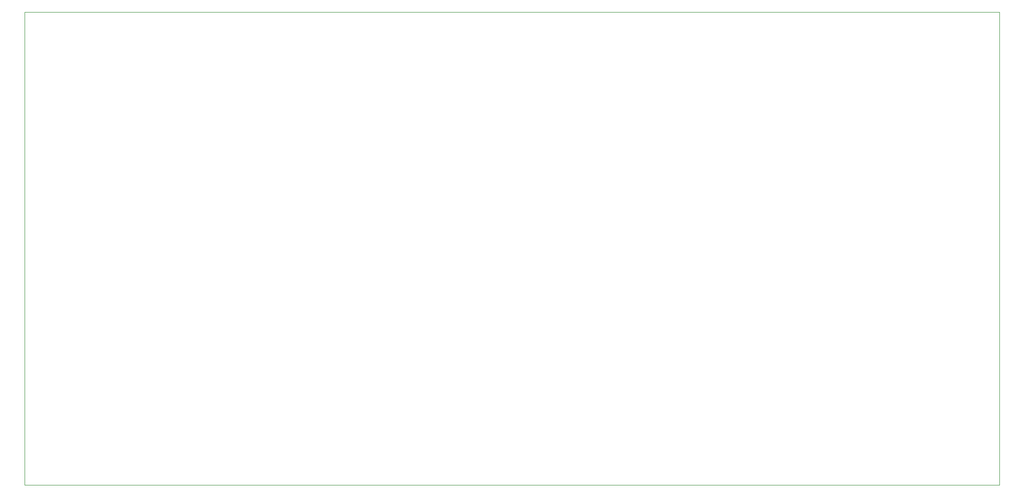
<source format=gbr>
%TF.GenerationSoftware,KiCad,Pcbnew,9.0.5*%
%TF.CreationDate,2025-10-28T20:55:24+05:00*%
%TF.ProjectId,LV08,4c563038-2e6b-4696-9361-645f70636258,rev?*%
%TF.SameCoordinates,Original*%
%TF.FileFunction,Profile,NP*%
%FSLAX46Y46*%
G04 Gerber Fmt 4.6, Leading zero omitted, Abs format (unit mm)*
G04 Created by KiCad (PCBNEW 9.0.5) date 2025-10-28 20:55:24*
%MOMM*%
%LPD*%
G01*
G04 APERTURE LIST*
%TA.AperFunction,Profile*%
%ADD10C,0.050000*%
%TD*%
G04 APERTURE END LIST*
D10*
X57540000Y-29010000D02*
X228670000Y-29010000D01*
X228670000Y-112120000D01*
X57540000Y-112120000D01*
X57540000Y-29010000D01*
M02*

</source>
